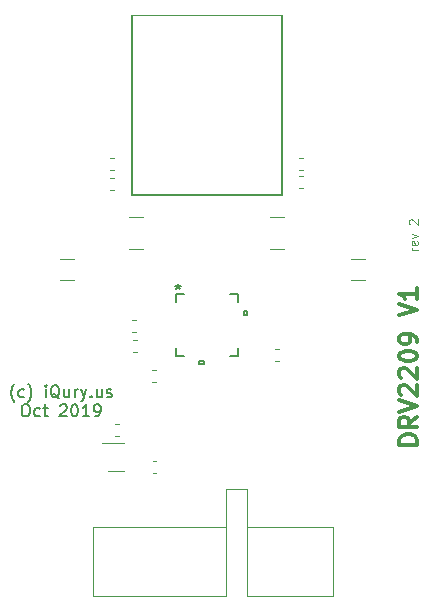
<source format=gto>
G04 #@! TF.GenerationSoftware,KiCad,Pcbnew,(5.1.0-1558-g0ba0c1724)*
G04 #@! TF.CreationDate,2019-10-21T22:03:17-07:00*
G04 #@! TF.ProjectId,TMC2209_Driver,544d4332-3230-4395-9f44-72697665722e,rev?*
G04 #@! TF.SameCoordinates,Original*
G04 #@! TF.FileFunction,Legend,Top*
G04 #@! TF.FilePolarity,Positive*
%FSLAX46Y46*%
G04 Gerber Fmt 4.6, Leading zero omitted, Abs format (unit mm)*
G04 Created by KiCad (PCBNEW (5.1.0-1558-g0ba0c1724)) date 2019-10-21 22:03:17*
%MOMM*%
%LPD*%
G04 APERTURE LIST*
%ADD10C,0.150000*%
%ADD11C,0.100000*%
%ADD12C,0.300000*%
%ADD13C,0.120000*%
%ADD14C,0.152400*%
G04 APERTURE END LIST*
D10*
X110347619Y-97564333D02*
X110300000Y-97516714D01*
X110204761Y-97373857D01*
X110157142Y-97278619D01*
X110109523Y-97135761D01*
X110061904Y-96897666D01*
X110061904Y-96707190D01*
X110109523Y-96469095D01*
X110157142Y-96326238D01*
X110204761Y-96231000D01*
X110300000Y-96088142D01*
X110347619Y-96040523D01*
X111157142Y-97135761D02*
X111061904Y-97183380D01*
X110871428Y-97183380D01*
X110776190Y-97135761D01*
X110728571Y-97088142D01*
X110680952Y-96992904D01*
X110680952Y-96707190D01*
X110728571Y-96611952D01*
X110776190Y-96564333D01*
X110871428Y-96516714D01*
X111061904Y-96516714D01*
X111157142Y-96564333D01*
X111490476Y-97564333D02*
X111538095Y-97516714D01*
X111633333Y-97373857D01*
X111680952Y-97278619D01*
X111728571Y-97135761D01*
X111776190Y-96897666D01*
X111776190Y-96707190D01*
X111728571Y-96469095D01*
X111680952Y-96326238D01*
X111633333Y-96231000D01*
X111538095Y-96088142D01*
X111490476Y-96040523D01*
X113014285Y-97183380D02*
X113014285Y-96516714D01*
X113014285Y-96183380D02*
X112966666Y-96231000D01*
X113014285Y-96278619D01*
X113061904Y-96231000D01*
X113014285Y-96183380D01*
X113014285Y-96278619D01*
X114157142Y-97278619D02*
X114061904Y-97231000D01*
X113966666Y-97135761D01*
X113823809Y-96992904D01*
X113728571Y-96945285D01*
X113633333Y-96945285D01*
X113680952Y-97183380D02*
X113585714Y-97135761D01*
X113490476Y-97040523D01*
X113442857Y-96850047D01*
X113442857Y-96516714D01*
X113490476Y-96326238D01*
X113585714Y-96231000D01*
X113680952Y-96183380D01*
X113871428Y-96183380D01*
X113966666Y-96231000D01*
X114061904Y-96326238D01*
X114109523Y-96516714D01*
X114109523Y-96850047D01*
X114061904Y-97040523D01*
X113966666Y-97135761D01*
X113871428Y-97183380D01*
X113680952Y-97183380D01*
X114966666Y-96516714D02*
X114966666Y-97183380D01*
X114538095Y-96516714D02*
X114538095Y-97040523D01*
X114585714Y-97135761D01*
X114680952Y-97183380D01*
X114823809Y-97183380D01*
X114919047Y-97135761D01*
X114966666Y-97088142D01*
X115442857Y-97183380D02*
X115442857Y-96516714D01*
X115442857Y-96707190D02*
X115490476Y-96611952D01*
X115538095Y-96564333D01*
X115633333Y-96516714D01*
X115728571Y-96516714D01*
X115966666Y-96516714D02*
X116204761Y-97183380D01*
X116442857Y-96516714D02*
X116204761Y-97183380D01*
X116109523Y-97421476D01*
X116061904Y-97469095D01*
X115966666Y-97516714D01*
X116823809Y-97088142D02*
X116871428Y-97135761D01*
X116823809Y-97183380D01*
X116776190Y-97135761D01*
X116823809Y-97088142D01*
X116823809Y-97183380D01*
X117728571Y-96516714D02*
X117728571Y-97183380D01*
X117300000Y-96516714D02*
X117300000Y-97040523D01*
X117347619Y-97135761D01*
X117442857Y-97183380D01*
X117585714Y-97183380D01*
X117680952Y-97135761D01*
X117728571Y-97088142D01*
X118157142Y-97135761D02*
X118252380Y-97183380D01*
X118442857Y-97183380D01*
X118538095Y-97135761D01*
X118585714Y-97040523D01*
X118585714Y-96992904D01*
X118538095Y-96897666D01*
X118442857Y-96850047D01*
X118300000Y-96850047D01*
X118204761Y-96802428D01*
X118157142Y-96707190D01*
X118157142Y-96659571D01*
X118204761Y-96564333D01*
X118300000Y-96516714D01*
X118442857Y-96516714D01*
X118538095Y-96564333D01*
X111204761Y-97793380D02*
X111395238Y-97793380D01*
X111490476Y-97841000D01*
X111585714Y-97936238D01*
X111633333Y-98126714D01*
X111633333Y-98460047D01*
X111585714Y-98650523D01*
X111490476Y-98745761D01*
X111395238Y-98793380D01*
X111204761Y-98793380D01*
X111109523Y-98745761D01*
X111014285Y-98650523D01*
X110966666Y-98460047D01*
X110966666Y-98126714D01*
X111014285Y-97936238D01*
X111109523Y-97841000D01*
X111204761Y-97793380D01*
X112490476Y-98745761D02*
X112395238Y-98793380D01*
X112204761Y-98793380D01*
X112109523Y-98745761D01*
X112061904Y-98698142D01*
X112014285Y-98602904D01*
X112014285Y-98317190D01*
X112061904Y-98221952D01*
X112109523Y-98174333D01*
X112204761Y-98126714D01*
X112395238Y-98126714D01*
X112490476Y-98174333D01*
X112776190Y-98126714D02*
X113157142Y-98126714D01*
X112919047Y-97793380D02*
X112919047Y-98650523D01*
X112966666Y-98745761D01*
X113061904Y-98793380D01*
X113157142Y-98793380D01*
X114204761Y-97888619D02*
X114252380Y-97841000D01*
X114347619Y-97793380D01*
X114585714Y-97793380D01*
X114680952Y-97841000D01*
X114728571Y-97888619D01*
X114776190Y-97983857D01*
X114776190Y-98079095D01*
X114728571Y-98221952D01*
X114157142Y-98793380D01*
X114776190Y-98793380D01*
X115395238Y-97793380D02*
X115490476Y-97793380D01*
X115585714Y-97841000D01*
X115633333Y-97888619D01*
X115680952Y-97983857D01*
X115728571Y-98174333D01*
X115728571Y-98412428D01*
X115680952Y-98602904D01*
X115633333Y-98698142D01*
X115585714Y-98745761D01*
X115490476Y-98793380D01*
X115395238Y-98793380D01*
X115300000Y-98745761D01*
X115252380Y-98698142D01*
X115204761Y-98602904D01*
X115157142Y-98412428D01*
X115157142Y-98174333D01*
X115204761Y-97983857D01*
X115252380Y-97888619D01*
X115300000Y-97841000D01*
X115395238Y-97793380D01*
X116680952Y-98793380D02*
X116109523Y-98793380D01*
X116395238Y-98793380D02*
X116395238Y-97793380D01*
X116300000Y-97936238D01*
X116204761Y-98031476D01*
X116109523Y-98079095D01*
X117157142Y-98793380D02*
X117347619Y-98793380D01*
X117442857Y-98745761D01*
X117490476Y-98698142D01*
X117585714Y-98555285D01*
X117633333Y-98364809D01*
X117633333Y-97983857D01*
X117585714Y-97888619D01*
X117538095Y-97841000D01*
X117442857Y-97793380D01*
X117252380Y-97793380D01*
X117157142Y-97841000D01*
X117109523Y-97888619D01*
X117061904Y-97983857D01*
X117061904Y-98221952D01*
X117109523Y-98317190D01*
X117157142Y-98364809D01*
X117252380Y-98412428D01*
X117442857Y-98412428D01*
X117538095Y-98364809D01*
X117585714Y-98317190D01*
X117633333Y-98221952D01*
D11*
X144484285Y-84742571D02*
X143984285Y-84742571D01*
X144127142Y-84742571D02*
X144055714Y-84706857D01*
X144020000Y-84671142D01*
X143984285Y-84599714D01*
X143984285Y-84528285D01*
X144448571Y-83992571D02*
X144484285Y-84064000D01*
X144484285Y-84206857D01*
X144448571Y-84278285D01*
X144377142Y-84314000D01*
X144091428Y-84314000D01*
X144020000Y-84278285D01*
X143984285Y-84206857D01*
X143984285Y-84064000D01*
X144020000Y-83992571D01*
X144091428Y-83956857D01*
X144162857Y-83956857D01*
X144234285Y-84314000D01*
X143984285Y-83706857D02*
X144484285Y-83528285D01*
X143984285Y-83349714D01*
X143805714Y-82528285D02*
X143770000Y-82492571D01*
X143734285Y-82421142D01*
X143734285Y-82242571D01*
X143770000Y-82171142D01*
X143805714Y-82135428D01*
X143877142Y-82099714D01*
X143948571Y-82099714D01*
X144055714Y-82135428D01*
X144484285Y-82564000D01*
X144484285Y-82099714D01*
D12*
X144442571Y-101186428D02*
X142942571Y-101186428D01*
X142942571Y-100829285D01*
X143014000Y-100615000D01*
X143156857Y-100472142D01*
X143299714Y-100400714D01*
X143585428Y-100329285D01*
X143799714Y-100329285D01*
X144085428Y-100400714D01*
X144228285Y-100472142D01*
X144371142Y-100615000D01*
X144442571Y-100829285D01*
X144442571Y-101186428D01*
X144442571Y-98829285D02*
X143728285Y-99329285D01*
X144442571Y-99686428D02*
X142942571Y-99686428D01*
X142942571Y-99115000D01*
X143014000Y-98972142D01*
X143085428Y-98900714D01*
X143228285Y-98829285D01*
X143442571Y-98829285D01*
X143585428Y-98900714D01*
X143656857Y-98972142D01*
X143728285Y-99115000D01*
X143728285Y-99686428D01*
X142942571Y-98400714D02*
X144442571Y-97900714D01*
X142942571Y-97400714D01*
X143085428Y-96972142D02*
X143014000Y-96900714D01*
X142942571Y-96757857D01*
X142942571Y-96400714D01*
X143014000Y-96257857D01*
X143085428Y-96186428D01*
X143228285Y-96115000D01*
X143371142Y-96115000D01*
X143585428Y-96186428D01*
X144442571Y-97043571D01*
X144442571Y-96115000D01*
X143085428Y-95543571D02*
X143014000Y-95472142D01*
X142942571Y-95329285D01*
X142942571Y-94972142D01*
X143014000Y-94829285D01*
X143085428Y-94757857D01*
X143228285Y-94686428D01*
X143371142Y-94686428D01*
X143585428Y-94757857D01*
X144442571Y-95615000D01*
X144442571Y-94686428D01*
X142942571Y-93757857D02*
X142942571Y-93615000D01*
X143014000Y-93472142D01*
X143085428Y-93400714D01*
X143228285Y-93329285D01*
X143514000Y-93257857D01*
X143871142Y-93257857D01*
X144156857Y-93329285D01*
X144299714Y-93400714D01*
X144371142Y-93472142D01*
X144442571Y-93615000D01*
X144442571Y-93757857D01*
X144371142Y-93900714D01*
X144299714Y-93972142D01*
X144156857Y-94043571D01*
X143871142Y-94115000D01*
X143514000Y-94115000D01*
X143228285Y-94043571D01*
X143085428Y-93972142D01*
X143014000Y-93900714D01*
X142942571Y-93757857D01*
X144442571Y-92543571D02*
X144442571Y-92257857D01*
X144371142Y-92115000D01*
X144299714Y-92043571D01*
X144085428Y-91900714D01*
X143799714Y-91829285D01*
X143228285Y-91829285D01*
X143085428Y-91900714D01*
X143014000Y-91972142D01*
X142942571Y-92115000D01*
X142942571Y-92400714D01*
X143014000Y-92543571D01*
X143085428Y-92615000D01*
X143228285Y-92686428D01*
X143585428Y-92686428D01*
X143728285Y-92615000D01*
X143799714Y-92543571D01*
X143871142Y-92400714D01*
X143871142Y-92115000D01*
X143799714Y-91972142D01*
X143728285Y-91900714D01*
X143585428Y-91829285D01*
X142942571Y-90257857D02*
X144442571Y-89757857D01*
X142942571Y-89257857D01*
X144442571Y-87972142D02*
X144442571Y-88829285D01*
X144442571Y-88400714D02*
X142942571Y-88400714D01*
X143156857Y-88543571D01*
X143299714Y-88686428D01*
X143371142Y-88829285D01*
D13*
X119225279Y-99439000D02*
X118899721Y-99439000D01*
X119225279Y-100459000D02*
X118899721Y-100459000D01*
X119635500Y-101075000D02*
X117735500Y-101075000D01*
X118235500Y-103395000D02*
X119635500Y-103395000D01*
X120047936Y-84646600D02*
X121252064Y-84646600D01*
X120047936Y-81926600D02*
X121252064Y-81926600D01*
X133193064Y-81901200D02*
X131988936Y-81901200D01*
X133193064Y-84621200D02*
X131988936Y-84621200D01*
X118429721Y-78611000D02*
X118755279Y-78611000D01*
X118429721Y-79631000D02*
X118755279Y-79631000D01*
X118455221Y-76960000D02*
X118780779Y-76960000D01*
X118455221Y-77980000D02*
X118780779Y-77980000D01*
X134782779Y-79504000D02*
X134457221Y-79504000D01*
X134782779Y-78484000D02*
X134457221Y-78484000D01*
X134782779Y-77980000D02*
X134457221Y-77980000D01*
X134782779Y-76960000D02*
X134457221Y-76960000D01*
D14*
X124053600Y-93687900D02*
X124737360Y-93687900D01*
X129311400Y-93687900D02*
X129311400Y-93004140D01*
X129311400Y-88430100D02*
X128627640Y-88430100D01*
X124053600Y-88430100D02*
X124053600Y-89113860D01*
X124053600Y-93004140D02*
X124053600Y-93687900D01*
X128627640Y-93687900D02*
X129311400Y-93687900D01*
X129311400Y-89113860D02*
X129311400Y-88430100D01*
X124737360Y-88430100D02*
X124053600Y-88430100D01*
X125992001Y-94114899D02*
X125992001Y-94368899D01*
X125992001Y-94368899D02*
X126373001Y-94368899D01*
X126373001Y-94368899D02*
X126373001Y-94114899D01*
X126373001Y-94114899D02*
X125992001Y-94114899D01*
X129992399Y-89868499D02*
X129992399Y-90249499D01*
X129992399Y-90249499D02*
X129738399Y-90249499D01*
X129738399Y-90249499D02*
X129738399Y-89868499D01*
X129738399Y-89868499D02*
X129992399Y-89868499D01*
D13*
X122036721Y-102614000D02*
X122362279Y-102614000D01*
X122036721Y-103634000D02*
X122362279Y-103634000D01*
D10*
X120269000Y-64846200D02*
X120269000Y-80086200D01*
X132969000Y-80086200D02*
X120269000Y-80086200D01*
X132969000Y-64846200D02*
X132969000Y-80086200D01*
D11*
X132969000Y-64852200D02*
X120269000Y-64852200D01*
D13*
X137352800Y-108185200D02*
X137352800Y-113985200D01*
X130052800Y-108185200D02*
X130052800Y-113985200D01*
X130052800Y-113985200D02*
X137352800Y-113985200D01*
X137352800Y-108185200D02*
X130052800Y-108185200D01*
X116952800Y-113985200D02*
X116952800Y-108185200D01*
X128252800Y-113985200D02*
X116952800Y-113985200D01*
X128252800Y-108185200D02*
X128252800Y-113985200D01*
X116952800Y-108185200D02*
X128252800Y-108185200D01*
X130052800Y-104985200D02*
X130052800Y-108185200D01*
X128252800Y-104985200D02*
X130052800Y-104985200D01*
X128252800Y-108185200D02*
X128252800Y-104985200D01*
X138843936Y-85450000D02*
X140048064Y-85450000D01*
X138843936Y-87270000D02*
X140048064Y-87270000D01*
X115410064Y-87270000D02*
X114205936Y-87270000D01*
X115410064Y-85450000D02*
X114205936Y-85450000D01*
X120360221Y-92327000D02*
X120685779Y-92327000D01*
X120360221Y-93347000D02*
X120685779Y-93347000D01*
X120334721Y-90676000D02*
X120660279Y-90676000D01*
X120334721Y-91696000D02*
X120660279Y-91696000D01*
X121985721Y-94867000D02*
X122311279Y-94867000D01*
X121985721Y-95887000D02*
X122311279Y-95887000D01*
X132425221Y-93089000D02*
X132750779Y-93089000D01*
X132425221Y-94109000D02*
X132750779Y-94109000D01*
D10*
X124206000Y-87590380D02*
X124206000Y-87828476D01*
X123967904Y-87733238D02*
X124206000Y-87828476D01*
X124444095Y-87733238D01*
X124063142Y-88018952D02*
X124206000Y-87828476D01*
X124348857Y-88018952D01*
M02*

</source>
